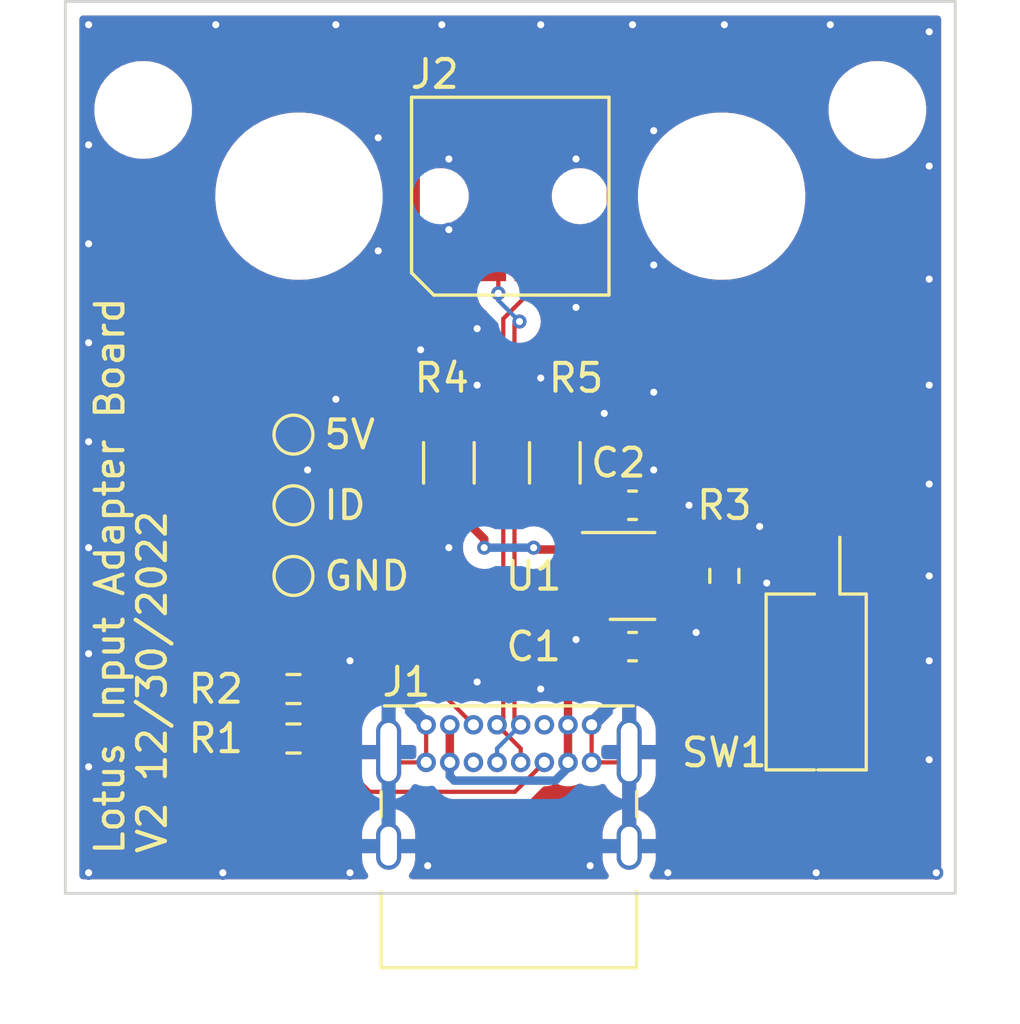
<source format=kicad_pcb>
(kicad_pcb (version 20211014) (generator pcbnew)
  (layers (0 "F.Cu" signal) (31 "B.Cu" signal) (34 "B.Paste" user) (35 "F.Paste" user) (36 "B.SilkS" user "B.Silkscreen") (37 "F.SilkS" user "F.Silkscreen") (38 "B.Mask" user) (39 "F.Mask" user) (44 "Edge.Cuts" user))
  (net 0 "")
  (net 1 "+5V")
  (net 2 "GND")
  (net 3 "+3.3V")
  (net 4 "Net-(J1-PadA5)")
  (net 5 "/USB_D_P")
  (net 6 "/USB_D_N")
  (net 8 "Net-(J1-PadB5)")
  (net 10 "/BOARD_ID")
  (net 11 "/~{SLEEP}")
  (net 13 "Net-(J2-Pad2)")
  (net 14 "Net-(J2-Pad8)")
  (footprint "Resistor_SMD:R_0603_1608Metric" (layer "F.Cu") (at 108.204 124.714 180)
    (fp_text reference "R2" (at 2.794 0) (layer "F.SilkS"))
    (fp_text value "5.1k")
    (fp_line (start -0.237258 0.5225) (end 0.237258 0.5225) (layer "F.SilkS") (width 0.12))
    (fp_line (start -0.237258 -0.5225) (end 0.237258 -0.5225) (layer "F.SilkS") (width 0.12))
    (pad "1" smd roundrect (at -0.825 0 180) (size 0.8 0.95) (layers "F.Cu" "F.Paste" "F.Mask") (net 4 "Net-(J1-PadA5)"))
    (pad "2" smd roundrect (at 0.825 0 180) (size 0.8 0.95) (layers "F.Cu" "F.Paste" "F.Mask") (net 2 "GND"))
  )
  (footprint "SpringAdapter:ABTBA018_2x4_P1.6mm" (layer "F.Cu") (at 116 107)
    (fp_text reference "J2" (at -2.716 -4.384 180) (layer "F.SilkS"))
    (fp_text value "Conn_02x04_Odd_Even")
    (fp_line (start 3.55 -3.555) (end 3.55 3.555) (layer "F.SilkS") (width 0.12))
    (fp_line (start -2.75 3.555) (end -3.55 2.755) (layer "F.SilkS") (width 0.12))
    (fp_line (start 3.55 3.555) (end -2.75 3.555) (layer "F.SilkS") (width 0.12))
    (fp_line (start -3.55 -3.555) (end 3.55 -3.555) (layer "F.SilkS") (width 0.12))
    (fp_line (start -3.55 2.755) (end -3.55 -3.555) (layer "F.SilkS") (width 0.12))
    (pad "" np_thru_hole circle (at 2.5 0) (size 1 1) (drill 1) (layers F&B.Cu *.Mask))
    (pad "" np_thru_hole circle (at -2.5 0) (size 1 1) (drill 1) (layers F&B.Cu *.Mask))
    (pad "1" smd rect (at -2.4 2.58) (size 1.3 0.95) (layers "F.Cu" "F.Paste" "F.Mask") (net 2 "GND"))
    (pad "2" smd rect (at -2.4 -2.58) (size 1.3 0.95) (layers "F.Cu" "F.Paste" "F.Mask") (net 13 "Net-(J2-Pad2)"))
    (pad "3" smd rect (at -0.8 2.58) (size 1.3 0.95) (layers "F.Cu" "F.Paste" "F.Mask") (net 6 "/USB_D_N"))
    (pad "4" smd rect (at -0.8 -2.58) (size 1.3 0.95) (layers "F.Cu" "F.Paste" "F.Mask") (net 10 "/BOARD_ID"))
    (pad "5" smd rect (at 0.8 2.58) (size 1.3 0.95) (layers "F.Cu" "F.Paste" "F.Mask") (net 5 "/USB_D_P"))
    (pad "6" smd rect (at 0.8 -2.58) (size 1.3 0.95) (layers "F.Cu" "F.Paste" "F.Mask") (net 11 "/~{SLEEP}"))
    (pad "7" smd rect (at 2.4 2.58) (size 1.3 0.95) (layers "F.Cu" "F.Paste" "F.Mask") (net 2 "GND"))
    (pad "8" smd rect (at 2.4 -2.58) (size 1.3 0.95) (layers "F.Cu" "F.Paste" "F.Mask") (net 14 "Net-(J2-Pad8)"))
  )
  (footprint "MountingHole:MountingHole_5mm" (layer "F.Cu") (at 123.6 107)
    (fp_text reference "H1" hide)
    (fp_text value "MountingHole")
    (pad "" np_thru_hole circle (at 0 0) (size 5 5) (drill 5) (layers *.Cu *.Mask))
  )
  (footprint "Resistor_SMD:R_1206_3216Metric" (layer "F.Cu") (at 113.792 116.586 90)
    (fp_text reference "R4" (at 3.048 -0.254 180) (layer "F.SilkS"))
    (fp_text value "0")
    (fp_line (start -0.727064 0.91) (end 0.727064 0.91) (layer "F.SilkS") (width 0.12))
    (fp_line (start -0.727064 -0.91) (end 0.727064 -0.91) (layer "F.SilkS") (width 0.12))
    (pad "1" smd roundrect (at -1.4625 0 90) (size 1.125 1.75) (layers "F.Cu" "F.Paste" "F.Mask") (roundrect_rratio 0.222222) (net 1 "+5V"))
    (pad "2" smd roundrect (at 1.4625 0 90) (size 1.125 1.75) (layers "F.Cu" "F.Paste" "F.Mask") (roundrect_rratio 0.222222) (net 13 "Net-(J2-Pad2)"))
  )
  (footprint "MountingHole:MountingHole_2.5mm" (layer "F.Cu") (at 102.8 103.9)
    (fp_text reference "Hb" hide)
    (fp_text value "MountingHole")
    (pad "" np_thru_hole circle (at 0 0) (size 2.5 2.5) (drill 2.5) (layers *.Cu *.Mask))
  )
  (footprint "Capacitor_SMD:C_0603_1608Metric" (layer "F.Cu") (at 120.396 118.11)
    (fp_text reference "C2" (at -0.508 -1.524) (layer "F.SilkS"))
    (fp_text value "10uF")
    (fp_line (start -0.14058 -0.51) (end 0.14058 -0.51) (layer "F.SilkS") (width 0.12))
    (fp_line (start -0.14058 0.51) (end 0.14058 0.51) (layer "F.SilkS") (width 0.12))
    (pad "1" smd roundrect (at -0.775 0) (size 0.9 0.95) (layers "F.Cu" "F.Paste" "F.Mask") (net 3 "+3.3V"))
    (pad "2" smd roundrect (at 0.775 0) (size 0.9 0.95) (layers "F.Cu" "F.Paste" "F.Mask") (net 2 "GND"))
  )
  (footprint "Button_Switch_SMD:SW_DIP_SPSTx01_Slide_Omron_A6S-110x_W8.9mm_P2.54mm" (layer "F.Cu") (at 127 124.46 -90)
    (fp_text reference "SW1" (at 2.54 3.302 180) (layer "F.SilkS"))
    (fp_text value "SW_DIP_x01")
    (fp_line (start -5.2 -0.851) (end -3.16 -0.851) (layer "F.SilkS") (width 0.12))
    (fp_line (start -3.16 1.8) (end 3.16 1.8) (layer "F.SilkS") (width 0.12))
    (fp_line (start 3.16 -1.8) (end 3.16 -0.061) (layer "F.SilkS") (width 0.12))
    (fp_line (start -3.16 -1.8) (end -3.16 -0.851) (layer "F.SilkS") (width 0.12))
    (fp_line (start -3.16 -1.8) (end 3.16 -1.8) (layer "F.SilkS") (width 0.12))
    (fp_line (start -3.16 0.061) (end -3.16 1.8) (layer "F.SilkS") (width 0.12))
    (fp_line (start 3.16 0.061) (end 3.16 1.8) (layer "F.SilkS") (width 0.12))
    (pad "1" smd rect (at -4.45 0 270) (size 1.5 1.1) (layers "F.Cu" "F.Paste" "F.Mask") (net 11 "/~{SLEEP}"))
    (pad "2" smd rect (at 4.45 0 270) (size 1.5 1.1) (layers "F.Cu" "F.Paste" "F.Mask") (net 2 "GND"))
  )
  (footprint "MountingHole:MountingHole_5mm" (layer "F.Cu") (at 108.4 107)
    (fp_text reference "H2" hide)
    (fp_text value "MountingHole")
    (pad "" np_thru_hole circle (at 0 0) (size 5 5) (drill 5) (layers *.Cu *.Mask))
  )
  (footprint "TestPoint:TestPoint_Pad_D1.0mm" (layer "F.Cu") (at 108.204 115.57)
    (fp_text reference "TP1" hide)
    (fp_text value "5V")
    (fp_circle (center 0 0) (end 0 0.7) (layer "F.SilkS") (width 0.12) (fill none))
    (pad "1" smd circle (at 0 0) (size 1 1) (layers "F.Cu" "F.Mask") (net 1 "+5V"))
  )
  (footprint "Resistor_SMD:R_0603_1608Metric" (layer "F.Cu") (at 123.698 120.65 90)
    (fp_text reference "R3" (at 2.54 0 180) (layer "F.SilkS"))
    (fp_text value "5.1k")
    (fp_line (start -0.237258 0.5225) (end 0.237258 0.5225) (layer "F.SilkS") (width 0.12))
    (fp_line (start -0.237258 -0.5225) (end 0.237258 -0.5225) (layer "F.SilkS") (width 0.12))
    (pad "1" smd roundrect (at -0.825 0 90) (size 0.8 0.95) (layers "F.Cu" "F.Paste" "F.Mask") (net 3 "+3.3V"))
    (pad "2" smd roundrect (at 0.825 0 90) (size 0.8 0.95) (layers "F.Cu" "F.Paste" "F.Mask") (net 11 "/~{SLEEP}"))
  )
  (footprint "MountingHole:MountingHole_2.5mm" (layer "F.Cu") (at 129.2 103.9)
    (fp_text reference "e" hide)
    (fp_text value "MountingHole")
    (pad "" np_thru_hole circle (at 0 0) (size 2.5 2.5) (drill 2.5) (layers *.Cu *.Mask))
  )
  (footprint "TestPoint:TestPoint_Pad_D1.0mm" (layer "F.Cu") (at 108.204 120.65)
    (fp_text reference "TP2" hide)
    (fp_text value "GND")
    (fp_circle (center 0 0) (end 0 0.7) (layer "F.SilkS") (width 0.12) (fill none))
    (pad "1" smd circle (at 0 0) (size 1 1) (layers "F.Cu" "F.Mask") (net 2 "GND"))
  )
  (footprint "TestPoint:TestPoint_Pad_D1.0mm" (layer "F.Cu") (at 108.204 118.11)
    (fp_text reference "TP3" hide)
    (fp_text value "BOARD_ID")
    (fp_circle (center 0 0) (end 0 0.7) (layer "F.SilkS") (width 0.12) (fill none))
    (pad "1" smd circle (at 0 0) (size 1 1) (layers "F.Cu" "F.Mask") (net 10 "/BOARD_ID"))
  )
  (footprint "Resistor_SMD:R_1206_3216Metric" (layer "F.Cu") (at 117.602 116.586 90)
    (fp_text reference "R5" (at 3.048 0.762 180) (layer "F.SilkS"))
    (fp_text value "0")
    (fp_line (start -0.727064 0.91) (end 0.727064 0.91) (layer "F.SilkS") (width 0.12))
    (fp_line (start -0.727064 -0.91) (end 0.727064 -0.91) (layer "F.SilkS") (width 0.12))
    (pad "1" smd roundrect (at -1.4625 0 90) (size 1.125 1.75) (layers "F.Cu" "F.Paste" "F.Mask") (roundrect_rratio 0.222222) (net 3 "+3.3V"))
    (pad "2" smd roundrect (at 1.4625 0 90) (size 1.125 1.75) (layers "F.Cu" "F.Paste" "F.Mask") (roundrect_rratio 0.222222) (net 14 "Net-(J2-Pad8)"))
  )
  (footprint "Package_TO_SOT_SMD:SOT-23-5" (layer "F.Cu") (at 120.396 120.65)
    (fp_text reference "U1" (at -3.556 0) (layer "F.SilkS"))
    (fp_text value "AP2112K-3.3")
    (fp_line (start 0 -1.56) (end -1.8 -1.56) (layer "F.SilkS") (width 0.12))
    (fp_line (start 0 -1.56) (end 0.8 -1.56) (layer "F.SilkS") (width 0.12))
    (fp_line (start 0 1.56) (end -0.8 1.56) (layer "F.SilkS") (width 0.12))
    (fp_line (start 0 1.56) (end 0.8 1.56) (layer "F.SilkS") (width 0.12))
    (pad "1" smd roundrect (at -1.1375 -0.95) (size 1.325 0.6) (layers "F.Cu" "F.Paste" "F.Mask") (net 1 "+5V"))
    (pad "2" smd roundrect (at -1.1375 0) (size 1.325 0.6) (layers "F.Cu" "F.Paste" "F.Mask") (net 2 "GND"))
    (pad "3" smd roundrect (at -1.1375 0.95) (size 1.325 0.6) (layers "F.Cu" "F.Paste" "F.Mask") (net 1 "+5V"))
    (pad "4" smd roundrect (at 1.1375 0.95) (size 1.325 0.6) (layers "F.Cu" "F.Paste" "F.Mask"))
    (pad "5" smd roundrect (at 1.1375 -0.95) (size 1.325 0.6) (layers "F.Cu" "F.Paste" "F.Mask") (net 3 "+3.3V"))
  )
  (footprint "Resistor_SMD:R_0603_1608Metric" (layer "F.Cu") (at 108.204 126.492 180)
    (fp_text reference "R1" (at 2.794 0) (layer "F.SilkS"))
    (fp_text value "5.1k")
    (fp_line (start -0.237258 0.5225) (end 0.237258 0.5225) (layer "F.SilkS") (width 0.12))
    (fp_line (start -0.237258 -0.5225) (end 0.237258 -0.5225) (layer "F.SilkS") (width 0.12))
    (pad "1" smd roundrect (at -0.825 0 180) (size 0.8 0.95) (layers "F.Cu" "F.Paste" "F.Mask") (net 8 "Net-(J1-PadB5)"))
    (pad "2" smd roundrect (at 0.825 0 180) (size 0.8 0.95) (layers "F.Cu" "F.Paste" "F.Mask") (net 2 "GND"))
  )
  (footprint "Connector_USB:USB_C_Receptacle_GCT_USB4085" (layer "F.Cu") (at 112.975 126)
    (fp_text reference "J1" (at -0.707 -1.54) (layer "F.SilkS"))
    (fp_text value "USB_C_Receptacle_USB2.0")
    (fp_line (start 7.57 6) (end 7.57 8.73) (layer "F.SilkS") (width 0.12))
    (fp_line (start -1.62 2.4) (end -1.62 3.3) (layer "F.SilkS") (width 0.12))
    (fp_line (start -1.62 6) (end -1.62 8.73) (layer "F.SilkS") (width 0.12))
    (fp_line (start -1.62 8.73) (end 7.57 8.73) (layer "F.SilkS") (width 0.12))
    (fp_line (start 7.57 2.4) (end 7.57 3.3) (layer "F.SilkS") (width 0.12))
    (fp_line (start -1.5 -0.68) (end 7.45 -0.68) (layer "F.SilkS") (width 0.12))
    (pad "A1" thru_hole circle (at 0 0) (size 0.7 0.7) (drill 0.4) (layers *.Cu *.Mask) (net 2 "GND"))
    (pad "A4" thru_hole circle (at 0.85 0) (size 0.7 0.7) (drill 0.4) (layers *.Cu *.Mask) (net 1 "+5V"))
    (pad "A5" thru_hole circle (at 1.7 0) (size 0.7 0.7) (drill 0.4) (layers *.Cu *.Mask) (net 4 "Net-(J1-PadA5)"))
    (pad "A6" thru_hole circle (at 2.55 0) (size 0.7 0.7) (drill 0.4) (layers *.Cu *.Mask) (net 5 "/USB_D_P"))
    (pad "A7" thru_hole circle (at 3.4 0) (size 0.7 0.7) (drill 0.4) (layers *.Cu *.Mask) (net 6 "/USB_D_N"))
    (pad "A8" thru_hole circle (at 4.25 0) (size 0.7 0.7) (drill 0.4) (layers *.Cu *.Mask))
    (pad "A9" thru_hole circle (at 5.1 0) (size 0.7 0.7) (drill 0.4) (layers *.Cu *.Mask) (net 1 "+5V"))
    (pad "A12" thru_hole circle (at 5.95 0) (size 0.7 0.7) (drill 0.4) (layers *.Cu *.Mask) (net 2 "GND"))
    (pad "B1" thru_hole circle (at 5.95 1.35) (size 0.7 0.7) (drill 0.4) (layers *.Cu *.Mask) (net 2 "GND"))
    (pad "B4" thru_hole circle (at 5.1 1.35) (size 0.7 0.7) (drill 0.4) (layers *.Cu *.Mask) (net 1 "+5V"))
    (pad "B5" thru_hole circle (at 4.25 1.35) (size 0.7 0.7) (drill 0.4) (layers *.Cu *.Mask) (net 8 "Net-(J1-PadB5)"))
    (pad "B6" thru_hole circle (at 3.4 1.35) (size 0.7 0.7) (drill 0.4) (layers *.Cu *.Mask) (net 5 "/USB_D_P"))
    (pad "B7" thru_hole circle (at 2.55 1.35) (size 0.7 0.7) (drill 0.4) (layers *.Cu *.Mask) (net 6 "/USB_D_N"))
    (pad "B8" thru_hole circle (at 1.7 1.35) (size 0.7 0.7) (drill 0.4) (layers *.Cu *.Mask))
    (pad "B9" thru_hole circle (at 0.85 1.35) (size 0.7 0.7) (drill 0.4) (layers *.Cu *.Mask) (net 1 "+5V"))
    (pad "B12" thru_hole circle (at 0 1.35) (size 0.7 0.7) (drill 0.4) (layers *.Cu *.Mask) (net 2 "GND"))
    (pad "S1" thru_hole oval (at 7.3 4.36) (size 0.9 1.7) (drill oval 0.6 1.4) (layers *.Cu *.Mask) (net 2 "GND"))
    (pad "S1" thru_hole oval (at -1.35 0.98) (size 0.9 2.4) (drill oval 0.6 2.1) (layers *.Cu *.Mask) (net 2 "GND"))
    (pad "S1" thru_hole oval (at 7.3 0.98) (size 0.9 2.4) (drill oval 0.6 2.1) (layers *.Cu *.Mask) (net 2 "GND"))
    (pad "S1" thru_hole oval (at -1.35 4.36) (size 0.9 1.7) (drill oval 0.6 1.4) (layers *.Cu *.Mask) (net 2 "GND"))
  )
  (footprint "Capacitor_SMD:C_0603_1608Metric" (layer "F.Cu") (at 120.396 123.19)
    (fp_text reference "C1" (at -3.556 0) (layer "F.SilkS"))
    (fp_text value "10uF")
    (fp_line (start -0.14058 0.51) (end 0.14058 0.51) (layer "F.SilkS") (width 0.12))
    (fp_line (start -0.14058 -0.51) (end 0.14058 -0.51) (layer "F.SilkS") (width 0.12))
    (pad "1" smd roundrect (at -0.775 0) (size 0.9 0.95) (layers "F.Cu" "F.Paste" "F.Mask") (net 1 "+5V"))
    (pad "2" smd roundrect (at 0.775 0) (size 0.9 0.95) (layers "F.Cu" "F.Paste" "F.Mask") (net 2 "GND"))
  )
  (gr_rect (start 100 100) (end 132 132.06) (layer "Edge.Cuts") (width 0.1) (fill none))
  (gr_text "GND" (at 109.22 120.65) (layer "F.SilkS") (effects (font (size 1 1)) (justify left)))
  (gr_text "V2 12/30/2022" (at 103.124 124.46 90) (layer "F.SilkS") (effects (font (size 1 1))))
  (gr_text "Lotus Input Adapter Board" (at 101.6 120.65 90) (layer "F.SilkS") (effects (font (size 1 1))))
  (gr_text "ID" (at 109.22 118.11) (layer "F.SilkS") (effects (font (size 1 1)) (justify left)))
  (gr_text "5V" (at 109.22 115.57) (layer "F.SilkS") (effects (font (size 1 1)) (justify left)))
  (segment (start 119.614184 121.6) (end 120.2258 120.988384) (width 0.3048) (layer "F.Cu") (net 1))
  (segment (start 120.2258 120.2258) (end 119.7 119.7) (width 0.3048) (layer "F.Cu") (net 1))
  (segment (start 115.062 119.3185) (end 113.792 118.0485) (width 0.3048) (layer "F.Cu") (net 1))
  (segment (start 119.7 119.7) (end 119.2585 119.7) (width 0.3048) (layer "F.Cu") (net 1))
  (segment (start 118.075 127.35) (end 118.075 126) (width 0.3048) (layer "F.Cu") (net 1))
  (segment (start 108.712 115.57) (end 108.204 115.57) (width 0.3048) (layer "F.Cu") (net 1))
  (segment (start 116.906 119.7) (end 116.84 119.634) (width 0.3048) (layer "F.Cu") (net 1))
  (segment (start 113.792 118.0485) (end 111.1905 118.0485) (width 0.3048) (layer "F.Cu") (net 1))
  (segment (start 119.621 121.9625) (end 119.2585 121.6) (width 0.3048) (layer "F.Cu") (net 1))
  (segment (start 115.062 119.634) (end 115.062 119.3185) (width 0.3048) (layer "F.Cu") (net 1))
  (segment (start 119.2585 119.7) (end 116.906 119.7) (width 0.3048) (layer "F.Cu") (net 1))
  (segment (start 118.075 124.736) (end 119.621 123.19) (width 0.3048) (layer "F.Cu") (net 1))
  (segment (start 118.075 126) (end 118.075 124.736) (width 0.3048) (layer "F.Cu") (net 1))
  (segment (start 111.1905 118.0485) (end 108.712 115.57) (width 0.3048) (layer "F.Cu") (net 1))
  (segment (start 119.621 123.19) (end 119.621 121.9625) (width 0.3048) (layer "F.Cu") (net 1))
  (segment (start 120.2258 120.988384) (end 120.2258 120.2258) (width 0.3048) (layer "F.Cu") (net 1))
  (segment (start 113.825 127.35) (end 113.825 126) (width 0.3048) (layer "F.Cu") (net 1))
  (segment (start 119.2585 121.6) (end 119.614184 121.6) (width 0.3048) (layer "F.Cu") (net 1))
  (via (at 115.062 119.634) (size 0.508) (drill 0.254) (layers "F.Cu" "B.Cu") (net 1))
  (via (at 116.84 119.634) (size 0.508) (drill 0.254) (layers "F.Cu" "B.Cu") (net 1))
  (segment (start 116.84 119.634) (end 115.062 119.634) (width 0.3048) (layer "B.Cu") (net 1))
  (segment (start 118.075 127.543) (end 118.075 127.35) (width 0.3048) (layer "B.Cu") (net 1))
  (segment (start 113.984826 128.0048) (end 117.6132 128.0048) (width 0.3048) (layer "B.Cu") (net 1))
  (segment (start 113.825 127.844974) (end 113.984826 128.0048) (width 0.3048) (layer "B.Cu") (net 1))
  (segment (start 113.825 127.35) (end 113.825 127.844974) (width 0.3048) (layer "B.Cu") (net 1))
  (segment (start 117.6132 128.0048) (end 118.075 127.543) (width 0.3048) (layer "B.Cu") (net 1))
  (segment (start 119.905 127.35) (end 120.275 126.98) (width 0.1524) (layer "F.Cu") (net 2))
  (segment (start 112.975 127.35) (end 112.975 126) (width 0.1524) (layer "F.Cu") (net 2))
  (segment (start 112.975 127.35) (end 111.995 127.35) (width 0.1524) (layer "F.Cu") (net 2))
  (segment (start 118.925 127.35) (end 119.905 127.35) (width 0.1524) (layer "F.Cu") (net 2))
  (segment (start 111.995 127.35) (end 111.625 126.98) (width 0.1524) (layer "F.Cu") (net 2))
  (segment (start 118.925 127.35) (end 118.925 126) (width 0.1524) (layer "F.Cu") (net 2))
  (via (at 110.236 131.318) (size 0.508) (drill 0.254) (layers "F.Cu" "B.Cu") (net 2))
  (via (at 110.236 123.698) (size 0.508) (drill 0.254) (layers "F.Cu" "B.Cu") (net 2))
  (via (at 100.838 127.508) (size 0.508) (drill 0.254) (layers "F.Cu" "B.Cu") (net 2))
  (via (at 111.252 104.902) (size 0.508) (drill 0.254) (layers "F.Cu" "B.Cu") (net 2))
  (via (at 109.728 100.838) (size 0.508) (drill 0.254) (layers "F.Cu" "B.Cu") (net 2))
  (via (at 122.682 122.682) (size 0.508) (drill 0.254) (layers "F.Cu" "B.Cu") (net 2))
  (via (at 112.776 112.522) (size 0.508) (drill 0.254) (layers "F.Cu" "B.Cu") (net 2))
  (via (at 131.064 105.918) (size 0.508) (drill 0.254) (layers "F.Cu" "B.Cu") (net 2))
  (via (at 122.428 118.11) (size 0.508) (drill 0.254) (layers "F.Cu" "B.Cu") (net 2))
  (via (at 109.728 114.3) (size 0.508) (drill 0.254) (layers "F.Cu" "B.Cu") (net 2))
  (via (at 119.38 114.808) (size 0.508) (drill 0.254) (layers "F.Cu" "B.Cu") (net 2))
  (via (at 111.252 108.966) (size 0.508) (drill 0.254) (layers "F.Cu" "B.Cu") (net 2))
  (via (at 131.064 101.092) (size 0.508) (drill 0.254) (layers "F.Cu" "B.Cu") (net 2))
  (via (at 124.968 118.872) (size 0.508) (drill 0.254) (layers "F.Cu" "B.Cu") (net 2))
  (via (at 100.838 131.318) (size 0.508) (drill 0.254) (layers "F.Cu" "B.Cu") (net 2))
  (via (at 123.698 100.838) (size 0.508) (drill 0.254) (layers "F.Cu" "B.Cu") (net 2))
  (via (at 100.838 105.156) (size 0.508) (drill 0.254) (layers "F.Cu" "B.Cu") (net 2))
  (via (at 127.508 100.838) (size 0.508) (drill 0.254) (layers "F.Cu" "B.Cu") (net 2))
  (via (at 113.792 105.664) (size 0.508) (drill 0.254) (layers "F.Cu" "B.Cu") (net 2))
  (via (at 100.838 108.712) (size 0.508) (drill 0.254) (layers "F.Cu" "B.Cu") (net 2))
  (via (at 131.064 127.254) (size 0.508) (drill 0.254) (layers "F.Cu" "B.Cu") (net 2))
  (via (at 105.41 100.838) (size 0.508) (drill 0.254) (layers "F.Cu" "B.Cu") (net 2))
  (via (at 100.838 123.444) (size 0.508) (drill 0.254) (layers "F.Cu" "B.Cu") (net 2))
  (via (at 108.712 116.84) (size 0.508) (drill 0.254) (layers "F.Cu" "B.Cu") (net 2))
  (via (at 117.094 113.538) (size 0.508) (drill 0.254) (layers "F.Cu" "B.Cu") (net 2))
  (via (at 131.064 109.982) (size 0.508) (drill 0.254) (layers "F.Cu" "B.Cu") (net 2))
  (via (at 118.364 105.664) (size 0.508) (drill 0.254) (layers "F.Cu" "B.Cu") (net 2))
  (via (at 100.838 119.634) (size 0.508) (drill 0.254) (layers "F.Cu" "B.Cu") (net 2))
  (via (at 121.158 114.046) (size 0.508) (drill 0.254) (layers "F.Cu" "B.Cu") (net 2))
  (via (at 100.838 112.268) (size 0.508) (drill 0.254) (layers "F.Cu" "B.Cu") (net 2))
  (via (at 114.808 124.46) (size 0.508) (drill 0.254) (layers "F.Cu" "B.Cu") (net 2))
  (via (at 121.158 109.474) (size 0.508) (drill 0.254) (layers "F.Cu" "B.Cu") (net 2))
  (via (at 125.222 120.904) (size 0.508) (drill 0.254) (layers "F.Cu" "B.Cu") (net 2))
  (via (at 117.094 124.714) (size 0.508) (drill 0.254) (layers "F.Cu" "B.Cu") (net 2))
  (via (at 100.838 115.824) (size 0.508) (drill 0.254) (layers "F.Cu" "B.Cu") (net 2))
  (via (at 121.158 104.648) (size 0.508) (drill 0.254) (layers "F.Cu" "B.Cu") (net 2))
  (via (at 131.064 123.698) (size 0.508) (drill 0.254) (layers "F.Cu" "B.Cu") (net 2))
  (via (at 121.158 116.84) (size 0.508) (drill 0.254) (layers "F.Cu" "B.Cu") (net 2))
  (via (at 113.03 131.064) (size 0.508) (drill 0.254) (layers "F.Cu" "B.Cu") (net 2))
  (via (at 121.666 131.318) (size 0.508) (drill 0.254) (layers "F.Cu" "B.Cu") (net 2))
  (via (at 131.064 117.348) (size 0.508) (drill 0.254) (layers "F.Cu" "B.Cu") (net 2))
  (via (at 117.094 100.838) (size 0.508) (drill 0.254) (layers "F.Cu" "B.Cu") (net 2))
  (via (at 105.664 131.318) (size 0.508) (drill 0.254) (layers "F.Cu" "B.Cu") (net 2))
  (via (at 113.538 100.838) (size 0.508) (drill 0.254) (layers "F.Cu" "B.Cu") (net 2))
  (via (at 114.808 111.76) (size 0.508) (drill 0.254) (layers "F.Cu" "B.Cu") (net 2))
  (via (at 118.872 131.064) (size 0.508) (drill 0.254) (layers "F.Cu" "B.Cu") (net 2))
  (via (at 120.396 100.838) (size 0.508) (drill 0.254) (layers "F.Cu" "B.Cu") (net 2))
  (via (at 113.792 119.634) (size 0.508) (drill 0.254) (layers "F.Cu" "B.Cu") (net 2))
  (via (at 114.808 113.792) (size 0.508) (drill 0.254) (layers "F.Cu" "B.Cu") (net 2))
  (via (at 131.064 113.792) (size 0.508) (drill 0.254) (layers "F.Cu" "B.Cu") (net 2))
  (via (at 118.364 122.936) (size 0.508) (drill 0.254) (layers "F.Cu" "B.Cu") (net 2))
  (via (at 113.792 108.204) (size 0.508) (drill 0.254) (layers "F.Cu" "B.Cu") (net 2))
  (via (at 127 131.318) (size 0.508) (drill 0.254) (layers "F.Cu" "B.Cu") (net 2))
  (via (at 131.064 120.65) (size 0.508) (drill 0.254) (layers "F.Cu" "B.Cu") (net 2))
  (via (at 100.838 100.838) (size 0.508) (drill 0.254) (layers "F.Cu" "B.Cu") (net 2))
  (via (at 118.364 110.998) (size 0.508) (drill 0.254) (layers "F.Cu" "B.Cu") (net 2))
  (via (at 131.318 131.318) (size 0.508) (drill 0.254) (layers "F.Cu" "B.Cu") (net 2))
  (segment (start 121.5335 119.7) (end 121.211 119.7) (width 0.3048) (layer "F.Cu") (net 3))
  (segment (start 121.5335 119.7) (end 121.923 119.7) (width 0.3048) (layer "F.Cu") (net 3))
  (segment (start 117.6635 118.11) (end 117.602 118.0485) (width 0.3048) (layer "F.Cu") (net 3))
  (segment (start 121.923 119.7) (end 123.698 121.475) (width 0.3048) (layer "F.Cu") (net 3))
  (segment (start 121.211 119.7) (end 119.621 118.11) (width 0.3048) (layer "F.Cu") (net 3))
  (segment (start 119.621 118.11) (end 117.6635 118.11) (width 0.3048) (layer "F.Cu") (net 3))
  (segment (start 113.389 124.714) (end 114.675 126) (width 0.1524) (layer "F.Cu") (net 4))
  (segment (start 109.029 124.714) (end 113.389 124.714) (width 0.1524) (layer "F.Cu") (net 4))
  (segment (start 116.8 110.3555) (end 116.8 109.58) (width 0.1524) (layer "F.Cu") (net 5))
  (segment (start 116.375 126.85) (end 115.525 126) (width 0.1524) (layer "F.Cu") (net 5))
  (segment (start 115.525 126) (end 115.7488 125.7762) (width 0.1524) (layer "F.Cu") (net 5))
  (segment (start 115.7488 125.7762) (end 115.7488 111.4067) (width 0.1524) (layer "F.Cu") (net 5))
  (segment (start 115.7488 111.4067) (end 116.8 110.3555) (width 0.1524) (layer "F.Cu") (net 5))
  (segment (start 116.375 127.35) (end 116.375 126.85) (width 0.1524) (layer "F.Cu") (net 5))
  (segment (start 116.1512 125.7762) (end 116.1512 111.506) (width 0.1524) (layer "F.Cu") (net 6))
  (segment (start 116.1512 111.506) (end 116.332 111.506) (width 0.1524) (layer "F.Cu") (net 6))
  (segment (start 116.375 126) (end 116.1512 125.7762) (width 0.1524) (layer "F.Cu") (net 6))
  (segment (start 115.57 110.49) (end 115.57 109.95) (width 0.1524) (layer "F.Cu") (net 6))
  (segment (start 115.57 109.95) (end 115.2 109.58) (width 0.1524) (layer "F.Cu") (net 6))
  (via (at 115.57 110.49) (size 0.508) (drill 0.254) (layers "F.Cu" "B.Cu") (net 6))
  (via (at 116.332 111.506) (size 0.508) (drill 0.254) (layers "F.Cu" "B.Cu") (net 6))
  (segment (start 115.525 126.85) (end 116.375 126) (width 0.1524) (layer "B.Cu") (net 6))
  (segment (start 115.525 127.35) (end 115.525 126.85) (width 0.1524) (layer "B.Cu") (net 6))
  (segment (start 116.332 111.506) (end 115.57 110.744) (width 0.1524) (layer "B.Cu") (net 6))
  (segment (start 115.57 110.744) (end 115.57 110.49) (width 0.1524) (layer "B.Cu") (net 6))
  (segment (start 110.9456 128.4086) (end 109.029 126.492) (width 0.1524) (layer "F.Cu") (net 8))
  (segment (start 117.225 127.35) (end 116.1664 128.4086) (width 0.1524) (layer "F.Cu") (net 8))
  (segment (start 116.1664 128.4086) (end 110.9456 128.4086) (width 0.1524) (layer "F.Cu") (net 8))
  (segment (start 112.216599 104.221201) (end 112.216599 110.541401) (width 0.1524) (layer "F.Cu") (net 10))
  (segment (start 107.4754 115.268203) (end 107.4754 117.3814) (width 0.1524) (layer "F.Cu") (net 10))
  (segment (start 114.4964 103.7164) (end 112.7214 103.7164) (width 0.1524) (layer "F.Cu") (net 10))
  (segment (start 107.902203 114.8414) (end 107.4754 115.268203) (width 0.1524) (layer "F.Cu") (net 10))
  (segment (start 115.2 104.42) (end 114.4964 103.7164) (width 0.1524) (layer "F.Cu") (net 10))
  (segment (start 107.4754 117.3814) (end 108.204 118.11) (width 0.1524) (layer "F.Cu") (net 10))
  (segment (start 112.216599 110.541401) (end 107.9166 114.8414) (width 0.1524) (layer "F.Cu") (net 10))
  (segment (start 112.7214 103.7164) (end 112.216599 104.221201) (width 0.1524) (layer "F.Cu") (net 10))
  (segment (start 107.9166 114.8414) (end 107.902203 114.8414) (width 0.1524) (layer "F.Cu") (net 10))
  (segment (start 116.8 104.42) (end 117.5036 103.7164) (width 0.1524) (layer "F.Cu") (net 11))
  (segment (start 120.142 104.5798) (end 120.142 114.554) (width 0.1524) (layer "F.Cu") (net 11))
  (segment (start 119.2786 103.7164) (end 120.142 104.5798) (width 0.1524) (layer "F.Cu") (net 11))
  (segment (start 123.698 118.11) (end 123.698 119.825) (width 0.1524) (layer "F.Cu") (net 11))
  (segment (start 123.698 119.825) (end 123.883 120.01) (width 0.1524) (layer "F.Cu") (net 11))
  (segment (start 123.883 120.01) (end 127 120.01) (width 0.1524) (layer "F.Cu") (net 11))
  (segment (start 117.5036 103.7164) (end 119.2786 103.7164) (width 0.1524) (layer "F.Cu") (net 11))
  (segment (start 120.142 114.554) (end 123.698 118.11) (width 0.1524) (layer "F.Cu") (net 11))
  (segment (start 113.792 115.1235) (end 113.792 111.5066) (width 0.3048) (layer "F.Cu") (net 13))
  (segment (start 112.597599 105.422401) (end 113.6 104.42) (width 0.3048) (layer "F.Cu") (net 13))
  (segment (start 112.597599 110.312199) (end 112.597599 105.422401) (width 0.3048) (layer "F.Cu") (net 13))
  (segment (start 113.792 111.5066) (end 112.597599 110.312199) (width 0.3048) (layer "F.Cu") (net 13))
  (segment (start 119.621 105.641) (end 118.4 104.42) (width 0.3048) (layer "F.Cu") (net 14))
  (segment (start 119.621 113.1045) (end 117.602 115.1235) (width 0.3048) (layer "F.Cu") (net 14))
  (segment (start 119.621 105.641) (end 119.621 113.1045) (width 0.3048) (layer "F.Cu") (net 14))
  (zone (net 2) (net_name "GND") (layers F&B.Cu) (name "GND") (connect_pads (clearance 0.508)) (min_thickness 0.254) (fill yes (thermal_gap 0.508) (thermal_bridge_width 0.508))
    (polygon (pts (xy 132.08 132.08) (xy 100.076 132.08) (xy 100.076 100.076) (xy 132.08 100.076)))
  )
)
</source>
